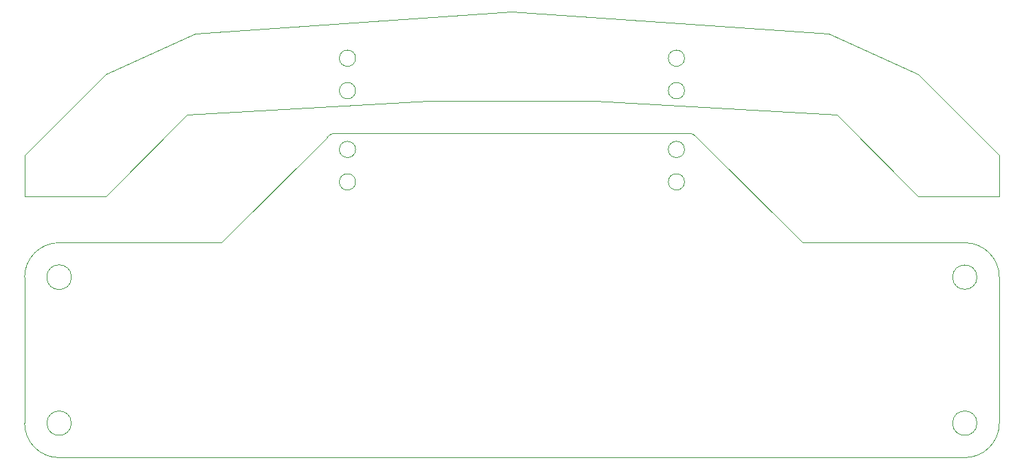
<source format=gbr>
%TF.GenerationSoftware,KiCad,Pcbnew,(5.1.7)-1*%
%TF.CreationDate,2021-05-04T00:49:10+02:00*%
%TF.ProjectId,Kaszmir,4b61737a-6d69-4722-9e6b-696361645f70,rev?*%
%TF.SameCoordinates,Original*%
%TF.FileFunction,Profile,NP*%
%FSLAX46Y46*%
G04 Gerber Fmt 4.6, Leading zero omitted, Abs format (unit mm)*
G04 Created by KiCad (PCBNEW (5.1.7)-1) date 2021-05-04 00:49:10*
%MOMM*%
%LPD*%
G01*
G04 APERTURE LIST*
%TA.AperFunction,Profile*%
%ADD10C,0.050000*%
%TD*%
G04 APERTURE END LIST*
D10*
X146000000Y-132000000D02*
X136000000Y-122000000D01*
X76750000Y-119000000D02*
G75*
G03*
X76750000Y-119000000I-1000000J0D01*
G01*
X76750000Y-115000000D02*
G75*
G03*
X76750000Y-115000000I-1000000J0D01*
G01*
X46000000Y-132000000D02*
X36000000Y-132000000D01*
X56000000Y-122000000D02*
X85750000Y-120250000D01*
X85750000Y-120250000D02*
X106250000Y-120250000D01*
X36000000Y-127000000D02*
X46000000Y-117000000D01*
X117250000Y-119000000D02*
G75*
G03*
X117250000Y-119000000I-1000000J0D01*
G01*
X57000000Y-112000000D02*
X96000000Y-109250000D01*
X117250000Y-115000000D02*
G75*
G03*
X117250000Y-115000000I-1000000J0D01*
G01*
X156000000Y-127000000D02*
X146000000Y-117000000D01*
X106250000Y-120250000D02*
X136000000Y-122000000D01*
X46000000Y-132000000D02*
X56000000Y-122000000D01*
X36000000Y-132000000D02*
X36000000Y-127000000D01*
X46000000Y-117000000D02*
X57000000Y-112000000D01*
X135000000Y-112000000D02*
X96000000Y-109250000D01*
X156000000Y-132000000D02*
X156000000Y-127000000D01*
X146000000Y-132000000D02*
X156000000Y-132000000D01*
X146000000Y-117000000D02*
X135000000Y-112000000D01*
X73250000Y-124750000D02*
G75*
G02*
X74250000Y-124250000I1000000J-750000D01*
G01*
X117749999Y-124250001D02*
G75*
G02*
X118749999Y-124750000I1J-1249999D01*
G01*
X153250000Y-142000000D02*
G75*
G03*
X153250000Y-142000000I-1500000J0D01*
G01*
X153250000Y-160000000D02*
G75*
G03*
X153250000Y-160000000I-1500000J0D01*
G01*
X41750000Y-160000000D02*
G75*
G03*
X41750000Y-160000000I-1500000J0D01*
G01*
X41770691Y-142000000D02*
G75*
G03*
X41770691Y-142000000I-1520691J0D01*
G01*
X117250000Y-130250000D02*
G75*
G03*
X117250000Y-130250000I-1000000J0D01*
G01*
X117250000Y-126250000D02*
G75*
G03*
X117250000Y-126250000I-1000000J0D01*
G01*
X76750000Y-130250000D02*
G75*
G03*
X76750000Y-130250000I-1000000J0D01*
G01*
X76750000Y-126250000D02*
G75*
G03*
X76750000Y-126250000I-1000000J0D01*
G01*
X156000000Y-160000000D02*
G75*
G02*
X151750000Y-164250000I-4250000J0D01*
G01*
X131750000Y-137750000D02*
X118749999Y-124750000D01*
X151750000Y-137750000D02*
X131750000Y-137750000D01*
X60250000Y-137750000D02*
X73250000Y-124750000D01*
X40250000Y-137750000D02*
X60250000Y-137750000D01*
X151750000Y-137750000D02*
G75*
G02*
X156000000Y-142000000I0J-4250000D01*
G01*
X36000000Y-142000000D02*
G75*
G02*
X40250000Y-137750000I4250000J0D01*
G01*
X40250000Y-164250000D02*
G75*
G02*
X36000000Y-160000000I0J4250000D01*
G01*
X151750000Y-164250000D02*
X40250000Y-164250000D01*
X156000000Y-142000000D02*
X156000000Y-160000000D01*
X74250000Y-124250000D02*
X117749999Y-124250001D01*
X36000000Y-160000000D02*
X36000000Y-142000000D01*
M02*

</source>
